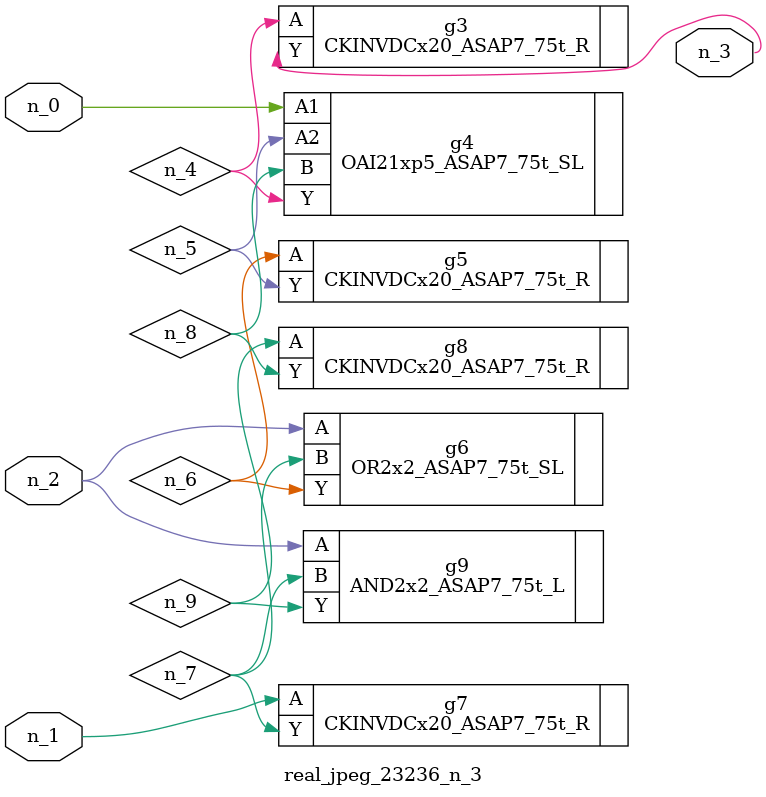
<source format=v>
module real_jpeg_23236_n_3 (n_1, n_0, n_2, n_3);

input n_1;
input n_0;
input n_2;

output n_3;

wire n_5;
wire n_8;
wire n_4;
wire n_6;
wire n_7;
wire n_9;

OAI21xp5_ASAP7_75t_SL g4 ( 
.A1(n_0),
.A2(n_5),
.B(n_8),
.Y(n_4)
);

CKINVDCx20_ASAP7_75t_R g7 ( 
.A(n_1),
.Y(n_7)
);

OR2x2_ASAP7_75t_SL g6 ( 
.A(n_2),
.B(n_7),
.Y(n_6)
);

AND2x2_ASAP7_75t_L g9 ( 
.A(n_2),
.B(n_7),
.Y(n_9)
);

CKINVDCx20_ASAP7_75t_R g3 ( 
.A(n_4),
.Y(n_3)
);

CKINVDCx20_ASAP7_75t_R g5 ( 
.A(n_6),
.Y(n_5)
);

CKINVDCx20_ASAP7_75t_R g8 ( 
.A(n_9),
.Y(n_8)
);


endmodule
</source>
